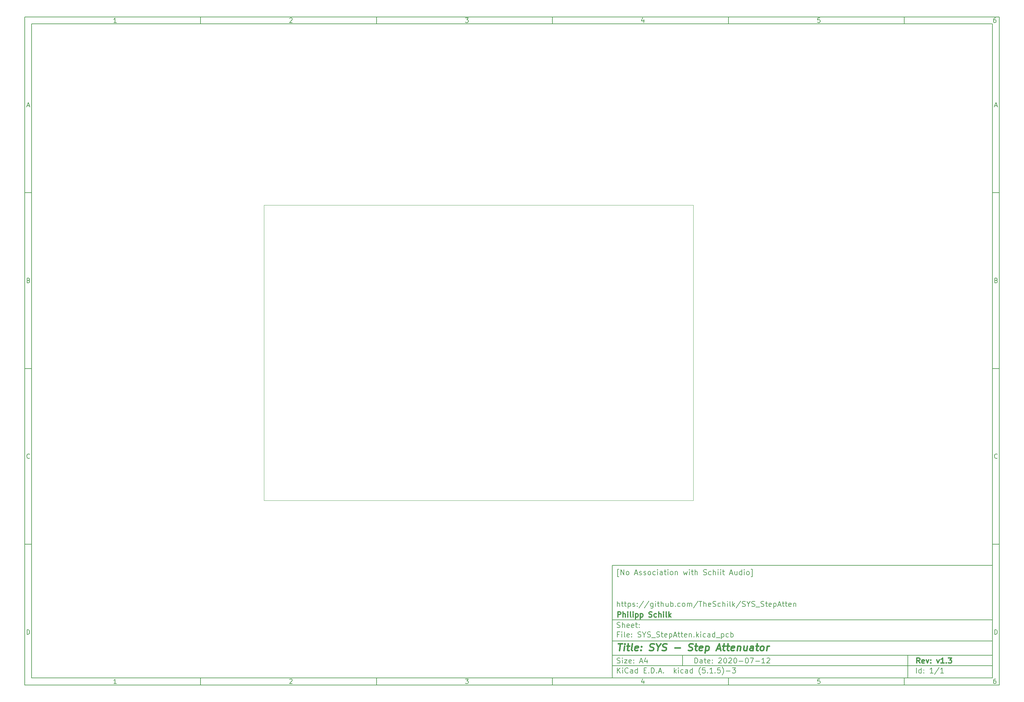
<source format=gbr>
G04 #@! TF.GenerationSoftware,KiCad,Pcbnew,(5.1.5)-3*
G04 #@! TF.CreationDate,2020-08-30T21:04:46+02:00*
G04 #@! TF.ProjectId,SYS_StepAtten,5359535f-5374-4657-9041-7474656e2e6b,v1.3*
G04 #@! TF.SameCoordinates,Original*
G04 #@! TF.FileFunction,Profile,NP*
%FSLAX46Y46*%
G04 Gerber Fmt 4.6, Leading zero omitted, Abs format (unit mm)*
G04 Created by KiCad (PCBNEW (5.1.5)-3) date 2020-08-30 21:04:46*
%MOMM*%
%LPD*%
G04 APERTURE LIST*
%ADD10C,0.100000*%
%ADD11C,0.150000*%
%ADD12C,0.300000*%
%ADD13C,0.400000*%
%ADD14C,0.050000*%
G04 APERTURE END LIST*
D10*
D11*
X177002200Y-166007200D02*
X177002200Y-198007200D01*
X285002200Y-198007200D01*
X285002200Y-166007200D01*
X177002200Y-166007200D01*
D10*
D11*
X10000000Y-10000000D02*
X10000000Y-200007200D01*
X287002200Y-200007200D01*
X287002200Y-10000000D01*
X10000000Y-10000000D01*
D10*
D11*
X12000000Y-12000000D02*
X12000000Y-198007200D01*
X285002200Y-198007200D01*
X285002200Y-12000000D01*
X12000000Y-12000000D01*
D10*
D11*
X60000000Y-12000000D02*
X60000000Y-10000000D01*
D10*
D11*
X110000000Y-12000000D02*
X110000000Y-10000000D01*
D10*
D11*
X160000000Y-12000000D02*
X160000000Y-10000000D01*
D10*
D11*
X210000000Y-12000000D02*
X210000000Y-10000000D01*
D10*
D11*
X260000000Y-12000000D02*
X260000000Y-10000000D01*
D10*
D11*
X36065476Y-11588095D02*
X35322619Y-11588095D01*
X35694047Y-11588095D02*
X35694047Y-10288095D01*
X35570238Y-10473809D01*
X35446428Y-10597619D01*
X35322619Y-10659523D01*
D10*
D11*
X85322619Y-10411904D02*
X85384523Y-10350000D01*
X85508333Y-10288095D01*
X85817857Y-10288095D01*
X85941666Y-10350000D01*
X86003571Y-10411904D01*
X86065476Y-10535714D01*
X86065476Y-10659523D01*
X86003571Y-10845238D01*
X85260714Y-11588095D01*
X86065476Y-11588095D01*
D10*
D11*
X135260714Y-10288095D02*
X136065476Y-10288095D01*
X135632142Y-10783333D01*
X135817857Y-10783333D01*
X135941666Y-10845238D01*
X136003571Y-10907142D01*
X136065476Y-11030952D01*
X136065476Y-11340476D01*
X136003571Y-11464285D01*
X135941666Y-11526190D01*
X135817857Y-11588095D01*
X135446428Y-11588095D01*
X135322619Y-11526190D01*
X135260714Y-11464285D01*
D10*
D11*
X185941666Y-10721428D02*
X185941666Y-11588095D01*
X185632142Y-10226190D02*
X185322619Y-11154761D01*
X186127380Y-11154761D01*
D10*
D11*
X236003571Y-10288095D02*
X235384523Y-10288095D01*
X235322619Y-10907142D01*
X235384523Y-10845238D01*
X235508333Y-10783333D01*
X235817857Y-10783333D01*
X235941666Y-10845238D01*
X236003571Y-10907142D01*
X236065476Y-11030952D01*
X236065476Y-11340476D01*
X236003571Y-11464285D01*
X235941666Y-11526190D01*
X235817857Y-11588095D01*
X235508333Y-11588095D01*
X235384523Y-11526190D01*
X235322619Y-11464285D01*
D10*
D11*
X285941666Y-10288095D02*
X285694047Y-10288095D01*
X285570238Y-10350000D01*
X285508333Y-10411904D01*
X285384523Y-10597619D01*
X285322619Y-10845238D01*
X285322619Y-11340476D01*
X285384523Y-11464285D01*
X285446428Y-11526190D01*
X285570238Y-11588095D01*
X285817857Y-11588095D01*
X285941666Y-11526190D01*
X286003571Y-11464285D01*
X286065476Y-11340476D01*
X286065476Y-11030952D01*
X286003571Y-10907142D01*
X285941666Y-10845238D01*
X285817857Y-10783333D01*
X285570238Y-10783333D01*
X285446428Y-10845238D01*
X285384523Y-10907142D01*
X285322619Y-11030952D01*
D10*
D11*
X60000000Y-198007200D02*
X60000000Y-200007200D01*
D10*
D11*
X110000000Y-198007200D02*
X110000000Y-200007200D01*
D10*
D11*
X160000000Y-198007200D02*
X160000000Y-200007200D01*
D10*
D11*
X210000000Y-198007200D02*
X210000000Y-200007200D01*
D10*
D11*
X260000000Y-198007200D02*
X260000000Y-200007200D01*
D10*
D11*
X36065476Y-199595295D02*
X35322619Y-199595295D01*
X35694047Y-199595295D02*
X35694047Y-198295295D01*
X35570238Y-198481009D01*
X35446428Y-198604819D01*
X35322619Y-198666723D01*
D10*
D11*
X85322619Y-198419104D02*
X85384523Y-198357200D01*
X85508333Y-198295295D01*
X85817857Y-198295295D01*
X85941666Y-198357200D01*
X86003571Y-198419104D01*
X86065476Y-198542914D01*
X86065476Y-198666723D01*
X86003571Y-198852438D01*
X85260714Y-199595295D01*
X86065476Y-199595295D01*
D10*
D11*
X135260714Y-198295295D02*
X136065476Y-198295295D01*
X135632142Y-198790533D01*
X135817857Y-198790533D01*
X135941666Y-198852438D01*
X136003571Y-198914342D01*
X136065476Y-199038152D01*
X136065476Y-199347676D01*
X136003571Y-199471485D01*
X135941666Y-199533390D01*
X135817857Y-199595295D01*
X135446428Y-199595295D01*
X135322619Y-199533390D01*
X135260714Y-199471485D01*
D10*
D11*
X185941666Y-198728628D02*
X185941666Y-199595295D01*
X185632142Y-198233390D02*
X185322619Y-199161961D01*
X186127380Y-199161961D01*
D10*
D11*
X236003571Y-198295295D02*
X235384523Y-198295295D01*
X235322619Y-198914342D01*
X235384523Y-198852438D01*
X235508333Y-198790533D01*
X235817857Y-198790533D01*
X235941666Y-198852438D01*
X236003571Y-198914342D01*
X236065476Y-199038152D01*
X236065476Y-199347676D01*
X236003571Y-199471485D01*
X235941666Y-199533390D01*
X235817857Y-199595295D01*
X235508333Y-199595295D01*
X235384523Y-199533390D01*
X235322619Y-199471485D01*
D10*
D11*
X285941666Y-198295295D02*
X285694047Y-198295295D01*
X285570238Y-198357200D01*
X285508333Y-198419104D01*
X285384523Y-198604819D01*
X285322619Y-198852438D01*
X285322619Y-199347676D01*
X285384523Y-199471485D01*
X285446428Y-199533390D01*
X285570238Y-199595295D01*
X285817857Y-199595295D01*
X285941666Y-199533390D01*
X286003571Y-199471485D01*
X286065476Y-199347676D01*
X286065476Y-199038152D01*
X286003571Y-198914342D01*
X285941666Y-198852438D01*
X285817857Y-198790533D01*
X285570238Y-198790533D01*
X285446428Y-198852438D01*
X285384523Y-198914342D01*
X285322619Y-199038152D01*
D10*
D11*
X10000000Y-60000000D02*
X12000000Y-60000000D01*
D10*
D11*
X10000000Y-110000000D02*
X12000000Y-110000000D01*
D10*
D11*
X10000000Y-160000000D02*
X12000000Y-160000000D01*
D10*
D11*
X10690476Y-35216666D02*
X11309523Y-35216666D01*
X10566666Y-35588095D02*
X11000000Y-34288095D01*
X11433333Y-35588095D01*
D10*
D11*
X11092857Y-84907142D02*
X11278571Y-84969047D01*
X11340476Y-85030952D01*
X11402380Y-85154761D01*
X11402380Y-85340476D01*
X11340476Y-85464285D01*
X11278571Y-85526190D01*
X11154761Y-85588095D01*
X10659523Y-85588095D01*
X10659523Y-84288095D01*
X11092857Y-84288095D01*
X11216666Y-84350000D01*
X11278571Y-84411904D01*
X11340476Y-84535714D01*
X11340476Y-84659523D01*
X11278571Y-84783333D01*
X11216666Y-84845238D01*
X11092857Y-84907142D01*
X10659523Y-84907142D01*
D10*
D11*
X11402380Y-135464285D02*
X11340476Y-135526190D01*
X11154761Y-135588095D01*
X11030952Y-135588095D01*
X10845238Y-135526190D01*
X10721428Y-135402380D01*
X10659523Y-135278571D01*
X10597619Y-135030952D01*
X10597619Y-134845238D01*
X10659523Y-134597619D01*
X10721428Y-134473809D01*
X10845238Y-134350000D01*
X11030952Y-134288095D01*
X11154761Y-134288095D01*
X11340476Y-134350000D01*
X11402380Y-134411904D01*
D10*
D11*
X10659523Y-185588095D02*
X10659523Y-184288095D01*
X10969047Y-184288095D01*
X11154761Y-184350000D01*
X11278571Y-184473809D01*
X11340476Y-184597619D01*
X11402380Y-184845238D01*
X11402380Y-185030952D01*
X11340476Y-185278571D01*
X11278571Y-185402380D01*
X11154761Y-185526190D01*
X10969047Y-185588095D01*
X10659523Y-185588095D01*
D10*
D11*
X287002200Y-60000000D02*
X285002200Y-60000000D01*
D10*
D11*
X287002200Y-110000000D02*
X285002200Y-110000000D01*
D10*
D11*
X287002200Y-160000000D02*
X285002200Y-160000000D01*
D10*
D11*
X285692676Y-35216666D02*
X286311723Y-35216666D01*
X285568866Y-35588095D02*
X286002200Y-34288095D01*
X286435533Y-35588095D01*
D10*
D11*
X286095057Y-84907142D02*
X286280771Y-84969047D01*
X286342676Y-85030952D01*
X286404580Y-85154761D01*
X286404580Y-85340476D01*
X286342676Y-85464285D01*
X286280771Y-85526190D01*
X286156961Y-85588095D01*
X285661723Y-85588095D01*
X285661723Y-84288095D01*
X286095057Y-84288095D01*
X286218866Y-84350000D01*
X286280771Y-84411904D01*
X286342676Y-84535714D01*
X286342676Y-84659523D01*
X286280771Y-84783333D01*
X286218866Y-84845238D01*
X286095057Y-84907142D01*
X285661723Y-84907142D01*
D10*
D11*
X286404580Y-135464285D02*
X286342676Y-135526190D01*
X286156961Y-135588095D01*
X286033152Y-135588095D01*
X285847438Y-135526190D01*
X285723628Y-135402380D01*
X285661723Y-135278571D01*
X285599819Y-135030952D01*
X285599819Y-134845238D01*
X285661723Y-134597619D01*
X285723628Y-134473809D01*
X285847438Y-134350000D01*
X286033152Y-134288095D01*
X286156961Y-134288095D01*
X286342676Y-134350000D01*
X286404580Y-134411904D01*
D10*
D11*
X285661723Y-185588095D02*
X285661723Y-184288095D01*
X285971247Y-184288095D01*
X286156961Y-184350000D01*
X286280771Y-184473809D01*
X286342676Y-184597619D01*
X286404580Y-184845238D01*
X286404580Y-185030952D01*
X286342676Y-185278571D01*
X286280771Y-185402380D01*
X286156961Y-185526190D01*
X285971247Y-185588095D01*
X285661723Y-185588095D01*
D10*
D11*
X200434342Y-193785771D02*
X200434342Y-192285771D01*
X200791485Y-192285771D01*
X201005771Y-192357200D01*
X201148628Y-192500057D01*
X201220057Y-192642914D01*
X201291485Y-192928628D01*
X201291485Y-193142914D01*
X201220057Y-193428628D01*
X201148628Y-193571485D01*
X201005771Y-193714342D01*
X200791485Y-193785771D01*
X200434342Y-193785771D01*
X202577200Y-193785771D02*
X202577200Y-193000057D01*
X202505771Y-192857200D01*
X202362914Y-192785771D01*
X202077200Y-192785771D01*
X201934342Y-192857200D01*
X202577200Y-193714342D02*
X202434342Y-193785771D01*
X202077200Y-193785771D01*
X201934342Y-193714342D01*
X201862914Y-193571485D01*
X201862914Y-193428628D01*
X201934342Y-193285771D01*
X202077200Y-193214342D01*
X202434342Y-193214342D01*
X202577200Y-193142914D01*
X203077200Y-192785771D02*
X203648628Y-192785771D01*
X203291485Y-192285771D02*
X203291485Y-193571485D01*
X203362914Y-193714342D01*
X203505771Y-193785771D01*
X203648628Y-193785771D01*
X204720057Y-193714342D02*
X204577200Y-193785771D01*
X204291485Y-193785771D01*
X204148628Y-193714342D01*
X204077200Y-193571485D01*
X204077200Y-193000057D01*
X204148628Y-192857200D01*
X204291485Y-192785771D01*
X204577200Y-192785771D01*
X204720057Y-192857200D01*
X204791485Y-193000057D01*
X204791485Y-193142914D01*
X204077200Y-193285771D01*
X205434342Y-193642914D02*
X205505771Y-193714342D01*
X205434342Y-193785771D01*
X205362914Y-193714342D01*
X205434342Y-193642914D01*
X205434342Y-193785771D01*
X205434342Y-192857200D02*
X205505771Y-192928628D01*
X205434342Y-193000057D01*
X205362914Y-192928628D01*
X205434342Y-192857200D01*
X205434342Y-193000057D01*
X207220057Y-192428628D02*
X207291485Y-192357200D01*
X207434342Y-192285771D01*
X207791485Y-192285771D01*
X207934342Y-192357200D01*
X208005771Y-192428628D01*
X208077200Y-192571485D01*
X208077200Y-192714342D01*
X208005771Y-192928628D01*
X207148628Y-193785771D01*
X208077200Y-193785771D01*
X209005771Y-192285771D02*
X209148628Y-192285771D01*
X209291485Y-192357200D01*
X209362914Y-192428628D01*
X209434342Y-192571485D01*
X209505771Y-192857200D01*
X209505771Y-193214342D01*
X209434342Y-193500057D01*
X209362914Y-193642914D01*
X209291485Y-193714342D01*
X209148628Y-193785771D01*
X209005771Y-193785771D01*
X208862914Y-193714342D01*
X208791485Y-193642914D01*
X208720057Y-193500057D01*
X208648628Y-193214342D01*
X208648628Y-192857200D01*
X208720057Y-192571485D01*
X208791485Y-192428628D01*
X208862914Y-192357200D01*
X209005771Y-192285771D01*
X210077200Y-192428628D02*
X210148628Y-192357200D01*
X210291485Y-192285771D01*
X210648628Y-192285771D01*
X210791485Y-192357200D01*
X210862914Y-192428628D01*
X210934342Y-192571485D01*
X210934342Y-192714342D01*
X210862914Y-192928628D01*
X210005771Y-193785771D01*
X210934342Y-193785771D01*
X211862914Y-192285771D02*
X212005771Y-192285771D01*
X212148628Y-192357200D01*
X212220057Y-192428628D01*
X212291485Y-192571485D01*
X212362914Y-192857200D01*
X212362914Y-193214342D01*
X212291485Y-193500057D01*
X212220057Y-193642914D01*
X212148628Y-193714342D01*
X212005771Y-193785771D01*
X211862914Y-193785771D01*
X211720057Y-193714342D01*
X211648628Y-193642914D01*
X211577200Y-193500057D01*
X211505771Y-193214342D01*
X211505771Y-192857200D01*
X211577200Y-192571485D01*
X211648628Y-192428628D01*
X211720057Y-192357200D01*
X211862914Y-192285771D01*
X213005771Y-193214342D02*
X214148628Y-193214342D01*
X215148628Y-192285771D02*
X215291485Y-192285771D01*
X215434342Y-192357200D01*
X215505771Y-192428628D01*
X215577200Y-192571485D01*
X215648628Y-192857200D01*
X215648628Y-193214342D01*
X215577200Y-193500057D01*
X215505771Y-193642914D01*
X215434342Y-193714342D01*
X215291485Y-193785771D01*
X215148628Y-193785771D01*
X215005771Y-193714342D01*
X214934342Y-193642914D01*
X214862914Y-193500057D01*
X214791485Y-193214342D01*
X214791485Y-192857200D01*
X214862914Y-192571485D01*
X214934342Y-192428628D01*
X215005771Y-192357200D01*
X215148628Y-192285771D01*
X216148628Y-192285771D02*
X217148628Y-192285771D01*
X216505771Y-193785771D01*
X217720057Y-193214342D02*
X218862914Y-193214342D01*
X220362914Y-193785771D02*
X219505771Y-193785771D01*
X219934342Y-193785771D02*
X219934342Y-192285771D01*
X219791485Y-192500057D01*
X219648628Y-192642914D01*
X219505771Y-192714342D01*
X220934342Y-192428628D02*
X221005771Y-192357200D01*
X221148628Y-192285771D01*
X221505771Y-192285771D01*
X221648628Y-192357200D01*
X221720057Y-192428628D01*
X221791485Y-192571485D01*
X221791485Y-192714342D01*
X221720057Y-192928628D01*
X220862914Y-193785771D01*
X221791485Y-193785771D01*
D10*
D11*
X177002200Y-194507200D02*
X285002200Y-194507200D01*
D10*
D11*
X178434342Y-196585771D02*
X178434342Y-195085771D01*
X179291485Y-196585771D02*
X178648628Y-195728628D01*
X179291485Y-195085771D02*
X178434342Y-195942914D01*
X179934342Y-196585771D02*
X179934342Y-195585771D01*
X179934342Y-195085771D02*
X179862914Y-195157200D01*
X179934342Y-195228628D01*
X180005771Y-195157200D01*
X179934342Y-195085771D01*
X179934342Y-195228628D01*
X181505771Y-196442914D02*
X181434342Y-196514342D01*
X181220057Y-196585771D01*
X181077200Y-196585771D01*
X180862914Y-196514342D01*
X180720057Y-196371485D01*
X180648628Y-196228628D01*
X180577200Y-195942914D01*
X180577200Y-195728628D01*
X180648628Y-195442914D01*
X180720057Y-195300057D01*
X180862914Y-195157200D01*
X181077200Y-195085771D01*
X181220057Y-195085771D01*
X181434342Y-195157200D01*
X181505771Y-195228628D01*
X182791485Y-196585771D02*
X182791485Y-195800057D01*
X182720057Y-195657200D01*
X182577200Y-195585771D01*
X182291485Y-195585771D01*
X182148628Y-195657200D01*
X182791485Y-196514342D02*
X182648628Y-196585771D01*
X182291485Y-196585771D01*
X182148628Y-196514342D01*
X182077200Y-196371485D01*
X182077200Y-196228628D01*
X182148628Y-196085771D01*
X182291485Y-196014342D01*
X182648628Y-196014342D01*
X182791485Y-195942914D01*
X184148628Y-196585771D02*
X184148628Y-195085771D01*
X184148628Y-196514342D02*
X184005771Y-196585771D01*
X183720057Y-196585771D01*
X183577200Y-196514342D01*
X183505771Y-196442914D01*
X183434342Y-196300057D01*
X183434342Y-195871485D01*
X183505771Y-195728628D01*
X183577200Y-195657200D01*
X183720057Y-195585771D01*
X184005771Y-195585771D01*
X184148628Y-195657200D01*
X186005771Y-195800057D02*
X186505771Y-195800057D01*
X186720057Y-196585771D02*
X186005771Y-196585771D01*
X186005771Y-195085771D01*
X186720057Y-195085771D01*
X187362914Y-196442914D02*
X187434342Y-196514342D01*
X187362914Y-196585771D01*
X187291485Y-196514342D01*
X187362914Y-196442914D01*
X187362914Y-196585771D01*
X188077200Y-196585771D02*
X188077200Y-195085771D01*
X188434342Y-195085771D01*
X188648628Y-195157200D01*
X188791485Y-195300057D01*
X188862914Y-195442914D01*
X188934342Y-195728628D01*
X188934342Y-195942914D01*
X188862914Y-196228628D01*
X188791485Y-196371485D01*
X188648628Y-196514342D01*
X188434342Y-196585771D01*
X188077200Y-196585771D01*
X189577200Y-196442914D02*
X189648628Y-196514342D01*
X189577200Y-196585771D01*
X189505771Y-196514342D01*
X189577200Y-196442914D01*
X189577200Y-196585771D01*
X190220057Y-196157200D02*
X190934342Y-196157200D01*
X190077200Y-196585771D02*
X190577200Y-195085771D01*
X191077200Y-196585771D01*
X191577200Y-196442914D02*
X191648628Y-196514342D01*
X191577200Y-196585771D01*
X191505771Y-196514342D01*
X191577200Y-196442914D01*
X191577200Y-196585771D01*
X194577200Y-196585771D02*
X194577200Y-195085771D01*
X194720057Y-196014342D02*
X195148628Y-196585771D01*
X195148628Y-195585771D02*
X194577200Y-196157200D01*
X195791485Y-196585771D02*
X195791485Y-195585771D01*
X195791485Y-195085771D02*
X195720057Y-195157200D01*
X195791485Y-195228628D01*
X195862914Y-195157200D01*
X195791485Y-195085771D01*
X195791485Y-195228628D01*
X197148628Y-196514342D02*
X197005771Y-196585771D01*
X196720057Y-196585771D01*
X196577200Y-196514342D01*
X196505771Y-196442914D01*
X196434342Y-196300057D01*
X196434342Y-195871485D01*
X196505771Y-195728628D01*
X196577200Y-195657200D01*
X196720057Y-195585771D01*
X197005771Y-195585771D01*
X197148628Y-195657200D01*
X198434342Y-196585771D02*
X198434342Y-195800057D01*
X198362914Y-195657200D01*
X198220057Y-195585771D01*
X197934342Y-195585771D01*
X197791485Y-195657200D01*
X198434342Y-196514342D02*
X198291485Y-196585771D01*
X197934342Y-196585771D01*
X197791485Y-196514342D01*
X197720057Y-196371485D01*
X197720057Y-196228628D01*
X197791485Y-196085771D01*
X197934342Y-196014342D01*
X198291485Y-196014342D01*
X198434342Y-195942914D01*
X199791485Y-196585771D02*
X199791485Y-195085771D01*
X199791485Y-196514342D02*
X199648628Y-196585771D01*
X199362914Y-196585771D01*
X199220057Y-196514342D01*
X199148628Y-196442914D01*
X199077200Y-196300057D01*
X199077200Y-195871485D01*
X199148628Y-195728628D01*
X199220057Y-195657200D01*
X199362914Y-195585771D01*
X199648628Y-195585771D01*
X199791485Y-195657200D01*
X202077200Y-197157200D02*
X202005771Y-197085771D01*
X201862914Y-196871485D01*
X201791485Y-196728628D01*
X201720057Y-196514342D01*
X201648628Y-196157200D01*
X201648628Y-195871485D01*
X201720057Y-195514342D01*
X201791485Y-195300057D01*
X201862914Y-195157200D01*
X202005771Y-194942914D01*
X202077200Y-194871485D01*
X203362914Y-195085771D02*
X202648628Y-195085771D01*
X202577200Y-195800057D01*
X202648628Y-195728628D01*
X202791485Y-195657200D01*
X203148628Y-195657200D01*
X203291485Y-195728628D01*
X203362914Y-195800057D01*
X203434342Y-195942914D01*
X203434342Y-196300057D01*
X203362914Y-196442914D01*
X203291485Y-196514342D01*
X203148628Y-196585771D01*
X202791485Y-196585771D01*
X202648628Y-196514342D01*
X202577200Y-196442914D01*
X204077200Y-196442914D02*
X204148628Y-196514342D01*
X204077200Y-196585771D01*
X204005771Y-196514342D01*
X204077200Y-196442914D01*
X204077200Y-196585771D01*
X205577200Y-196585771D02*
X204720057Y-196585771D01*
X205148628Y-196585771D02*
X205148628Y-195085771D01*
X205005771Y-195300057D01*
X204862914Y-195442914D01*
X204720057Y-195514342D01*
X206220057Y-196442914D02*
X206291485Y-196514342D01*
X206220057Y-196585771D01*
X206148628Y-196514342D01*
X206220057Y-196442914D01*
X206220057Y-196585771D01*
X207648628Y-195085771D02*
X206934342Y-195085771D01*
X206862914Y-195800057D01*
X206934342Y-195728628D01*
X207077200Y-195657200D01*
X207434342Y-195657200D01*
X207577200Y-195728628D01*
X207648628Y-195800057D01*
X207720057Y-195942914D01*
X207720057Y-196300057D01*
X207648628Y-196442914D01*
X207577200Y-196514342D01*
X207434342Y-196585771D01*
X207077200Y-196585771D01*
X206934342Y-196514342D01*
X206862914Y-196442914D01*
X208220057Y-197157200D02*
X208291485Y-197085771D01*
X208434342Y-196871485D01*
X208505771Y-196728628D01*
X208577200Y-196514342D01*
X208648628Y-196157200D01*
X208648628Y-195871485D01*
X208577200Y-195514342D01*
X208505771Y-195300057D01*
X208434342Y-195157200D01*
X208291485Y-194942914D01*
X208220057Y-194871485D01*
X209362914Y-196014342D02*
X210505771Y-196014342D01*
X211077200Y-195085771D02*
X212005771Y-195085771D01*
X211505771Y-195657200D01*
X211720057Y-195657200D01*
X211862914Y-195728628D01*
X211934342Y-195800057D01*
X212005771Y-195942914D01*
X212005771Y-196300057D01*
X211934342Y-196442914D01*
X211862914Y-196514342D01*
X211720057Y-196585771D01*
X211291485Y-196585771D01*
X211148628Y-196514342D01*
X211077200Y-196442914D01*
D10*
D11*
X177002200Y-191507200D02*
X285002200Y-191507200D01*
D10*
D12*
X264411485Y-193785771D02*
X263911485Y-193071485D01*
X263554342Y-193785771D02*
X263554342Y-192285771D01*
X264125771Y-192285771D01*
X264268628Y-192357200D01*
X264340057Y-192428628D01*
X264411485Y-192571485D01*
X264411485Y-192785771D01*
X264340057Y-192928628D01*
X264268628Y-193000057D01*
X264125771Y-193071485D01*
X263554342Y-193071485D01*
X265625771Y-193714342D02*
X265482914Y-193785771D01*
X265197200Y-193785771D01*
X265054342Y-193714342D01*
X264982914Y-193571485D01*
X264982914Y-193000057D01*
X265054342Y-192857200D01*
X265197200Y-192785771D01*
X265482914Y-192785771D01*
X265625771Y-192857200D01*
X265697200Y-193000057D01*
X265697200Y-193142914D01*
X264982914Y-193285771D01*
X266197200Y-192785771D02*
X266554342Y-193785771D01*
X266911485Y-192785771D01*
X267482914Y-193642914D02*
X267554342Y-193714342D01*
X267482914Y-193785771D01*
X267411485Y-193714342D01*
X267482914Y-193642914D01*
X267482914Y-193785771D01*
X267482914Y-192857200D02*
X267554342Y-192928628D01*
X267482914Y-193000057D01*
X267411485Y-192928628D01*
X267482914Y-192857200D01*
X267482914Y-193000057D01*
X269197200Y-192785771D02*
X269554342Y-193785771D01*
X269911485Y-192785771D01*
X271268628Y-193785771D02*
X270411485Y-193785771D01*
X270840057Y-193785771D02*
X270840057Y-192285771D01*
X270697200Y-192500057D01*
X270554342Y-192642914D01*
X270411485Y-192714342D01*
X271911485Y-193642914D02*
X271982914Y-193714342D01*
X271911485Y-193785771D01*
X271840057Y-193714342D01*
X271911485Y-193642914D01*
X271911485Y-193785771D01*
X272482914Y-192285771D02*
X273411485Y-192285771D01*
X272911485Y-192857200D01*
X273125771Y-192857200D01*
X273268628Y-192928628D01*
X273340057Y-193000057D01*
X273411485Y-193142914D01*
X273411485Y-193500057D01*
X273340057Y-193642914D01*
X273268628Y-193714342D01*
X273125771Y-193785771D01*
X272697200Y-193785771D01*
X272554342Y-193714342D01*
X272482914Y-193642914D01*
D10*
D11*
X178362914Y-193714342D02*
X178577200Y-193785771D01*
X178934342Y-193785771D01*
X179077200Y-193714342D01*
X179148628Y-193642914D01*
X179220057Y-193500057D01*
X179220057Y-193357200D01*
X179148628Y-193214342D01*
X179077200Y-193142914D01*
X178934342Y-193071485D01*
X178648628Y-193000057D01*
X178505771Y-192928628D01*
X178434342Y-192857200D01*
X178362914Y-192714342D01*
X178362914Y-192571485D01*
X178434342Y-192428628D01*
X178505771Y-192357200D01*
X178648628Y-192285771D01*
X179005771Y-192285771D01*
X179220057Y-192357200D01*
X179862914Y-193785771D02*
X179862914Y-192785771D01*
X179862914Y-192285771D02*
X179791485Y-192357200D01*
X179862914Y-192428628D01*
X179934342Y-192357200D01*
X179862914Y-192285771D01*
X179862914Y-192428628D01*
X180434342Y-192785771D02*
X181220057Y-192785771D01*
X180434342Y-193785771D01*
X181220057Y-193785771D01*
X182362914Y-193714342D02*
X182220057Y-193785771D01*
X181934342Y-193785771D01*
X181791485Y-193714342D01*
X181720057Y-193571485D01*
X181720057Y-193000057D01*
X181791485Y-192857200D01*
X181934342Y-192785771D01*
X182220057Y-192785771D01*
X182362914Y-192857200D01*
X182434342Y-193000057D01*
X182434342Y-193142914D01*
X181720057Y-193285771D01*
X183077200Y-193642914D02*
X183148628Y-193714342D01*
X183077200Y-193785771D01*
X183005771Y-193714342D01*
X183077200Y-193642914D01*
X183077200Y-193785771D01*
X183077200Y-192857200D02*
X183148628Y-192928628D01*
X183077200Y-193000057D01*
X183005771Y-192928628D01*
X183077200Y-192857200D01*
X183077200Y-193000057D01*
X184862914Y-193357200D02*
X185577200Y-193357200D01*
X184720057Y-193785771D02*
X185220057Y-192285771D01*
X185720057Y-193785771D01*
X186862914Y-192785771D02*
X186862914Y-193785771D01*
X186505771Y-192214342D02*
X186148628Y-193285771D01*
X187077200Y-193285771D01*
D10*
D11*
X263434342Y-196585771D02*
X263434342Y-195085771D01*
X264791485Y-196585771D02*
X264791485Y-195085771D01*
X264791485Y-196514342D02*
X264648628Y-196585771D01*
X264362914Y-196585771D01*
X264220057Y-196514342D01*
X264148628Y-196442914D01*
X264077200Y-196300057D01*
X264077200Y-195871485D01*
X264148628Y-195728628D01*
X264220057Y-195657200D01*
X264362914Y-195585771D01*
X264648628Y-195585771D01*
X264791485Y-195657200D01*
X265505771Y-196442914D02*
X265577200Y-196514342D01*
X265505771Y-196585771D01*
X265434342Y-196514342D01*
X265505771Y-196442914D01*
X265505771Y-196585771D01*
X265505771Y-195657200D02*
X265577200Y-195728628D01*
X265505771Y-195800057D01*
X265434342Y-195728628D01*
X265505771Y-195657200D01*
X265505771Y-195800057D01*
X268148628Y-196585771D02*
X267291485Y-196585771D01*
X267720057Y-196585771D02*
X267720057Y-195085771D01*
X267577200Y-195300057D01*
X267434342Y-195442914D01*
X267291485Y-195514342D01*
X269862914Y-195014342D02*
X268577200Y-196942914D01*
X271148628Y-196585771D02*
X270291485Y-196585771D01*
X270720057Y-196585771D02*
X270720057Y-195085771D01*
X270577200Y-195300057D01*
X270434342Y-195442914D01*
X270291485Y-195514342D01*
D10*
D11*
X177002200Y-187507200D02*
X285002200Y-187507200D01*
D10*
D13*
X178714580Y-188211961D02*
X179857438Y-188211961D01*
X179036009Y-190211961D02*
X179286009Y-188211961D01*
X180274104Y-190211961D02*
X180440771Y-188878628D01*
X180524104Y-188211961D02*
X180416961Y-188307200D01*
X180500295Y-188402438D01*
X180607438Y-188307200D01*
X180524104Y-188211961D01*
X180500295Y-188402438D01*
X181107438Y-188878628D02*
X181869342Y-188878628D01*
X181476485Y-188211961D02*
X181262200Y-189926247D01*
X181333628Y-190116723D01*
X181512200Y-190211961D01*
X181702676Y-190211961D01*
X182655057Y-190211961D02*
X182476485Y-190116723D01*
X182405057Y-189926247D01*
X182619342Y-188211961D01*
X184190771Y-190116723D02*
X183988390Y-190211961D01*
X183607438Y-190211961D01*
X183428866Y-190116723D01*
X183357438Y-189926247D01*
X183452676Y-189164342D01*
X183571723Y-188973866D01*
X183774104Y-188878628D01*
X184155057Y-188878628D01*
X184333628Y-188973866D01*
X184405057Y-189164342D01*
X184381247Y-189354819D01*
X183405057Y-189545295D01*
X185155057Y-190021485D02*
X185238390Y-190116723D01*
X185131247Y-190211961D01*
X185047914Y-190116723D01*
X185155057Y-190021485D01*
X185131247Y-190211961D01*
X185286009Y-188973866D02*
X185369342Y-189069104D01*
X185262200Y-189164342D01*
X185178866Y-189069104D01*
X185286009Y-188973866D01*
X185262200Y-189164342D01*
X187524104Y-190116723D02*
X187797914Y-190211961D01*
X188274104Y-190211961D01*
X188476485Y-190116723D01*
X188583628Y-190021485D01*
X188702676Y-189831009D01*
X188726485Y-189640533D01*
X188655057Y-189450057D01*
X188571723Y-189354819D01*
X188393152Y-189259580D01*
X188024104Y-189164342D01*
X187845533Y-189069104D01*
X187762200Y-188973866D01*
X187690771Y-188783390D01*
X187714580Y-188592914D01*
X187833628Y-188402438D01*
X187940771Y-188307200D01*
X188143152Y-188211961D01*
X188619342Y-188211961D01*
X188893152Y-188307200D01*
X190012200Y-189259580D02*
X189893152Y-190211961D01*
X189476485Y-188211961D02*
X190012200Y-189259580D01*
X190809819Y-188211961D01*
X191143152Y-190116723D02*
X191416961Y-190211961D01*
X191893152Y-190211961D01*
X192095533Y-190116723D01*
X192202676Y-190021485D01*
X192321723Y-189831009D01*
X192345533Y-189640533D01*
X192274104Y-189450057D01*
X192190771Y-189354819D01*
X192012200Y-189259580D01*
X191643152Y-189164342D01*
X191464580Y-189069104D01*
X191381247Y-188973866D01*
X191309819Y-188783390D01*
X191333628Y-188592914D01*
X191452676Y-188402438D01*
X191559819Y-188307200D01*
X191762200Y-188211961D01*
X192238390Y-188211961D01*
X192512200Y-188307200D01*
X194750295Y-189450057D02*
X196274104Y-189450057D01*
X198571723Y-190116723D02*
X198845533Y-190211961D01*
X199321723Y-190211961D01*
X199524104Y-190116723D01*
X199631247Y-190021485D01*
X199750295Y-189831009D01*
X199774104Y-189640533D01*
X199702676Y-189450057D01*
X199619342Y-189354819D01*
X199440771Y-189259580D01*
X199071723Y-189164342D01*
X198893152Y-189069104D01*
X198809819Y-188973866D01*
X198738390Y-188783390D01*
X198762200Y-188592914D01*
X198881247Y-188402438D01*
X198988390Y-188307200D01*
X199190771Y-188211961D01*
X199666961Y-188211961D01*
X199940771Y-188307200D01*
X200440771Y-188878628D02*
X201202676Y-188878628D01*
X200809819Y-188211961D02*
X200595533Y-189926247D01*
X200666961Y-190116723D01*
X200845533Y-190211961D01*
X201036009Y-190211961D01*
X202476485Y-190116723D02*
X202274104Y-190211961D01*
X201893152Y-190211961D01*
X201714580Y-190116723D01*
X201643152Y-189926247D01*
X201738390Y-189164342D01*
X201857438Y-188973866D01*
X202059819Y-188878628D01*
X202440771Y-188878628D01*
X202619342Y-188973866D01*
X202690771Y-189164342D01*
X202666961Y-189354819D01*
X201690771Y-189545295D01*
X203583628Y-188878628D02*
X203333628Y-190878628D01*
X203571723Y-188973866D02*
X203774104Y-188878628D01*
X204155057Y-188878628D01*
X204333628Y-188973866D01*
X204416961Y-189069104D01*
X204488390Y-189259580D01*
X204416961Y-189831009D01*
X204297914Y-190021485D01*
X204190771Y-190116723D01*
X203988390Y-190211961D01*
X203607438Y-190211961D01*
X203428866Y-190116723D01*
X206726485Y-189640533D02*
X207678866Y-189640533D01*
X206464580Y-190211961D02*
X207381247Y-188211961D01*
X207797914Y-190211961D01*
X208345533Y-188878628D02*
X209107438Y-188878628D01*
X208714580Y-188211961D02*
X208500295Y-189926247D01*
X208571723Y-190116723D01*
X208750295Y-190211961D01*
X208940771Y-190211961D01*
X209488390Y-188878628D02*
X210250295Y-188878628D01*
X209857438Y-188211961D02*
X209643152Y-189926247D01*
X209714580Y-190116723D01*
X209893152Y-190211961D01*
X210083628Y-190211961D01*
X211524104Y-190116723D02*
X211321723Y-190211961D01*
X210940771Y-190211961D01*
X210762200Y-190116723D01*
X210690771Y-189926247D01*
X210786009Y-189164342D01*
X210905057Y-188973866D01*
X211107438Y-188878628D01*
X211488390Y-188878628D01*
X211666961Y-188973866D01*
X211738390Y-189164342D01*
X211714580Y-189354819D01*
X210738390Y-189545295D01*
X212631247Y-188878628D02*
X212464580Y-190211961D01*
X212607438Y-189069104D02*
X212714580Y-188973866D01*
X212916961Y-188878628D01*
X213202676Y-188878628D01*
X213381247Y-188973866D01*
X213452676Y-189164342D01*
X213321723Y-190211961D01*
X215297914Y-188878628D02*
X215131247Y-190211961D01*
X214440771Y-188878628D02*
X214309819Y-189926247D01*
X214381247Y-190116723D01*
X214559819Y-190211961D01*
X214845533Y-190211961D01*
X215047914Y-190116723D01*
X215155057Y-190021485D01*
X216940771Y-190211961D02*
X217071723Y-189164342D01*
X217000295Y-188973866D01*
X216821723Y-188878628D01*
X216440771Y-188878628D01*
X216238390Y-188973866D01*
X216952676Y-190116723D02*
X216750295Y-190211961D01*
X216274104Y-190211961D01*
X216095533Y-190116723D01*
X216024104Y-189926247D01*
X216047914Y-189735771D01*
X216166961Y-189545295D01*
X216369342Y-189450057D01*
X216845533Y-189450057D01*
X217047914Y-189354819D01*
X217774104Y-188878628D02*
X218536009Y-188878628D01*
X218143152Y-188211961D02*
X217928866Y-189926247D01*
X218000295Y-190116723D01*
X218178866Y-190211961D01*
X218369342Y-190211961D01*
X219321723Y-190211961D02*
X219143152Y-190116723D01*
X219059819Y-190021485D01*
X218988390Y-189831009D01*
X219059819Y-189259580D01*
X219178866Y-189069104D01*
X219286009Y-188973866D01*
X219488390Y-188878628D01*
X219774104Y-188878628D01*
X219952676Y-188973866D01*
X220036009Y-189069104D01*
X220107438Y-189259580D01*
X220036009Y-189831009D01*
X219916961Y-190021485D01*
X219809819Y-190116723D01*
X219607438Y-190211961D01*
X219321723Y-190211961D01*
X220845533Y-190211961D02*
X221012199Y-188878628D01*
X220964580Y-189259580D02*
X221083628Y-189069104D01*
X221190771Y-188973866D01*
X221393152Y-188878628D01*
X221583628Y-188878628D01*
D10*
D11*
X178934342Y-185600057D02*
X178434342Y-185600057D01*
X178434342Y-186385771D02*
X178434342Y-184885771D01*
X179148628Y-184885771D01*
X179720057Y-186385771D02*
X179720057Y-185385771D01*
X179720057Y-184885771D02*
X179648628Y-184957200D01*
X179720057Y-185028628D01*
X179791485Y-184957200D01*
X179720057Y-184885771D01*
X179720057Y-185028628D01*
X180648628Y-186385771D02*
X180505771Y-186314342D01*
X180434342Y-186171485D01*
X180434342Y-184885771D01*
X181791485Y-186314342D02*
X181648628Y-186385771D01*
X181362914Y-186385771D01*
X181220057Y-186314342D01*
X181148628Y-186171485D01*
X181148628Y-185600057D01*
X181220057Y-185457200D01*
X181362914Y-185385771D01*
X181648628Y-185385771D01*
X181791485Y-185457200D01*
X181862914Y-185600057D01*
X181862914Y-185742914D01*
X181148628Y-185885771D01*
X182505771Y-186242914D02*
X182577200Y-186314342D01*
X182505771Y-186385771D01*
X182434342Y-186314342D01*
X182505771Y-186242914D01*
X182505771Y-186385771D01*
X182505771Y-185457200D02*
X182577200Y-185528628D01*
X182505771Y-185600057D01*
X182434342Y-185528628D01*
X182505771Y-185457200D01*
X182505771Y-185600057D01*
X184291485Y-186314342D02*
X184505771Y-186385771D01*
X184862914Y-186385771D01*
X185005771Y-186314342D01*
X185077200Y-186242914D01*
X185148628Y-186100057D01*
X185148628Y-185957200D01*
X185077200Y-185814342D01*
X185005771Y-185742914D01*
X184862914Y-185671485D01*
X184577200Y-185600057D01*
X184434342Y-185528628D01*
X184362914Y-185457200D01*
X184291485Y-185314342D01*
X184291485Y-185171485D01*
X184362914Y-185028628D01*
X184434342Y-184957200D01*
X184577200Y-184885771D01*
X184934342Y-184885771D01*
X185148628Y-184957200D01*
X186077200Y-185671485D02*
X186077200Y-186385771D01*
X185577200Y-184885771D02*
X186077200Y-185671485D01*
X186577200Y-184885771D01*
X187005771Y-186314342D02*
X187220057Y-186385771D01*
X187577200Y-186385771D01*
X187720057Y-186314342D01*
X187791485Y-186242914D01*
X187862914Y-186100057D01*
X187862914Y-185957200D01*
X187791485Y-185814342D01*
X187720057Y-185742914D01*
X187577200Y-185671485D01*
X187291485Y-185600057D01*
X187148628Y-185528628D01*
X187077200Y-185457200D01*
X187005771Y-185314342D01*
X187005771Y-185171485D01*
X187077200Y-185028628D01*
X187148628Y-184957200D01*
X187291485Y-184885771D01*
X187648628Y-184885771D01*
X187862914Y-184957200D01*
X188148628Y-186528628D02*
X189291485Y-186528628D01*
X189577200Y-186314342D02*
X189791485Y-186385771D01*
X190148628Y-186385771D01*
X190291485Y-186314342D01*
X190362914Y-186242914D01*
X190434342Y-186100057D01*
X190434342Y-185957200D01*
X190362914Y-185814342D01*
X190291485Y-185742914D01*
X190148628Y-185671485D01*
X189862914Y-185600057D01*
X189720057Y-185528628D01*
X189648628Y-185457200D01*
X189577200Y-185314342D01*
X189577200Y-185171485D01*
X189648628Y-185028628D01*
X189720057Y-184957200D01*
X189862914Y-184885771D01*
X190220057Y-184885771D01*
X190434342Y-184957200D01*
X190862914Y-185385771D02*
X191434342Y-185385771D01*
X191077200Y-184885771D02*
X191077200Y-186171485D01*
X191148628Y-186314342D01*
X191291485Y-186385771D01*
X191434342Y-186385771D01*
X192505771Y-186314342D02*
X192362914Y-186385771D01*
X192077200Y-186385771D01*
X191934342Y-186314342D01*
X191862914Y-186171485D01*
X191862914Y-185600057D01*
X191934342Y-185457200D01*
X192077200Y-185385771D01*
X192362914Y-185385771D01*
X192505771Y-185457200D01*
X192577200Y-185600057D01*
X192577200Y-185742914D01*
X191862914Y-185885771D01*
X193220057Y-185385771D02*
X193220057Y-186885771D01*
X193220057Y-185457200D02*
X193362914Y-185385771D01*
X193648628Y-185385771D01*
X193791485Y-185457200D01*
X193862914Y-185528628D01*
X193934342Y-185671485D01*
X193934342Y-186100057D01*
X193862914Y-186242914D01*
X193791485Y-186314342D01*
X193648628Y-186385771D01*
X193362914Y-186385771D01*
X193220057Y-186314342D01*
X194505771Y-185957200D02*
X195220057Y-185957200D01*
X194362914Y-186385771D02*
X194862914Y-184885771D01*
X195362914Y-186385771D01*
X195648628Y-185385771D02*
X196220057Y-185385771D01*
X195862914Y-184885771D02*
X195862914Y-186171485D01*
X195934342Y-186314342D01*
X196077200Y-186385771D01*
X196220057Y-186385771D01*
X196505771Y-185385771D02*
X197077200Y-185385771D01*
X196720057Y-184885771D02*
X196720057Y-186171485D01*
X196791485Y-186314342D01*
X196934342Y-186385771D01*
X197077200Y-186385771D01*
X198148628Y-186314342D02*
X198005771Y-186385771D01*
X197720057Y-186385771D01*
X197577200Y-186314342D01*
X197505771Y-186171485D01*
X197505771Y-185600057D01*
X197577200Y-185457200D01*
X197720057Y-185385771D01*
X198005771Y-185385771D01*
X198148628Y-185457200D01*
X198220057Y-185600057D01*
X198220057Y-185742914D01*
X197505771Y-185885771D01*
X198862914Y-185385771D02*
X198862914Y-186385771D01*
X198862914Y-185528628D02*
X198934342Y-185457200D01*
X199077200Y-185385771D01*
X199291485Y-185385771D01*
X199434342Y-185457200D01*
X199505771Y-185600057D01*
X199505771Y-186385771D01*
X200220057Y-186242914D02*
X200291485Y-186314342D01*
X200220057Y-186385771D01*
X200148628Y-186314342D01*
X200220057Y-186242914D01*
X200220057Y-186385771D01*
X200934342Y-186385771D02*
X200934342Y-184885771D01*
X201077200Y-185814342D02*
X201505771Y-186385771D01*
X201505771Y-185385771D02*
X200934342Y-185957200D01*
X202148628Y-186385771D02*
X202148628Y-185385771D01*
X202148628Y-184885771D02*
X202077200Y-184957200D01*
X202148628Y-185028628D01*
X202220057Y-184957200D01*
X202148628Y-184885771D01*
X202148628Y-185028628D01*
X203505771Y-186314342D02*
X203362914Y-186385771D01*
X203077200Y-186385771D01*
X202934342Y-186314342D01*
X202862914Y-186242914D01*
X202791485Y-186100057D01*
X202791485Y-185671485D01*
X202862914Y-185528628D01*
X202934342Y-185457200D01*
X203077200Y-185385771D01*
X203362914Y-185385771D01*
X203505771Y-185457200D01*
X204791485Y-186385771D02*
X204791485Y-185600057D01*
X204720057Y-185457200D01*
X204577200Y-185385771D01*
X204291485Y-185385771D01*
X204148628Y-185457200D01*
X204791485Y-186314342D02*
X204648628Y-186385771D01*
X204291485Y-186385771D01*
X204148628Y-186314342D01*
X204077200Y-186171485D01*
X204077200Y-186028628D01*
X204148628Y-185885771D01*
X204291485Y-185814342D01*
X204648628Y-185814342D01*
X204791485Y-185742914D01*
X206148628Y-186385771D02*
X206148628Y-184885771D01*
X206148628Y-186314342D02*
X206005771Y-186385771D01*
X205720057Y-186385771D01*
X205577200Y-186314342D01*
X205505771Y-186242914D01*
X205434342Y-186100057D01*
X205434342Y-185671485D01*
X205505771Y-185528628D01*
X205577200Y-185457200D01*
X205720057Y-185385771D01*
X206005771Y-185385771D01*
X206148628Y-185457200D01*
X206505771Y-186528628D02*
X207648628Y-186528628D01*
X208005771Y-185385771D02*
X208005771Y-186885771D01*
X208005771Y-185457200D02*
X208148628Y-185385771D01*
X208434342Y-185385771D01*
X208577200Y-185457200D01*
X208648628Y-185528628D01*
X208720057Y-185671485D01*
X208720057Y-186100057D01*
X208648628Y-186242914D01*
X208577200Y-186314342D01*
X208434342Y-186385771D01*
X208148628Y-186385771D01*
X208005771Y-186314342D01*
X210005771Y-186314342D02*
X209862914Y-186385771D01*
X209577200Y-186385771D01*
X209434342Y-186314342D01*
X209362914Y-186242914D01*
X209291485Y-186100057D01*
X209291485Y-185671485D01*
X209362914Y-185528628D01*
X209434342Y-185457200D01*
X209577200Y-185385771D01*
X209862914Y-185385771D01*
X210005771Y-185457200D01*
X210648628Y-186385771D02*
X210648628Y-184885771D01*
X210648628Y-185457200D02*
X210791485Y-185385771D01*
X211077200Y-185385771D01*
X211220057Y-185457200D01*
X211291485Y-185528628D01*
X211362914Y-185671485D01*
X211362914Y-186100057D01*
X211291485Y-186242914D01*
X211220057Y-186314342D01*
X211077200Y-186385771D01*
X210791485Y-186385771D01*
X210648628Y-186314342D01*
D10*
D11*
X177002200Y-181507200D02*
X285002200Y-181507200D01*
D10*
D11*
X178362914Y-183614342D02*
X178577200Y-183685771D01*
X178934342Y-183685771D01*
X179077200Y-183614342D01*
X179148628Y-183542914D01*
X179220057Y-183400057D01*
X179220057Y-183257200D01*
X179148628Y-183114342D01*
X179077200Y-183042914D01*
X178934342Y-182971485D01*
X178648628Y-182900057D01*
X178505771Y-182828628D01*
X178434342Y-182757200D01*
X178362914Y-182614342D01*
X178362914Y-182471485D01*
X178434342Y-182328628D01*
X178505771Y-182257200D01*
X178648628Y-182185771D01*
X179005771Y-182185771D01*
X179220057Y-182257200D01*
X179862914Y-183685771D02*
X179862914Y-182185771D01*
X180505771Y-183685771D02*
X180505771Y-182900057D01*
X180434342Y-182757200D01*
X180291485Y-182685771D01*
X180077200Y-182685771D01*
X179934342Y-182757200D01*
X179862914Y-182828628D01*
X181791485Y-183614342D02*
X181648628Y-183685771D01*
X181362914Y-183685771D01*
X181220057Y-183614342D01*
X181148628Y-183471485D01*
X181148628Y-182900057D01*
X181220057Y-182757200D01*
X181362914Y-182685771D01*
X181648628Y-182685771D01*
X181791485Y-182757200D01*
X181862914Y-182900057D01*
X181862914Y-183042914D01*
X181148628Y-183185771D01*
X183077200Y-183614342D02*
X182934342Y-183685771D01*
X182648628Y-183685771D01*
X182505771Y-183614342D01*
X182434342Y-183471485D01*
X182434342Y-182900057D01*
X182505771Y-182757200D01*
X182648628Y-182685771D01*
X182934342Y-182685771D01*
X183077200Y-182757200D01*
X183148628Y-182900057D01*
X183148628Y-183042914D01*
X182434342Y-183185771D01*
X183577200Y-182685771D02*
X184148628Y-182685771D01*
X183791485Y-182185771D02*
X183791485Y-183471485D01*
X183862914Y-183614342D01*
X184005771Y-183685771D01*
X184148628Y-183685771D01*
X184648628Y-183542914D02*
X184720057Y-183614342D01*
X184648628Y-183685771D01*
X184577200Y-183614342D01*
X184648628Y-183542914D01*
X184648628Y-183685771D01*
X184648628Y-182757200D02*
X184720057Y-182828628D01*
X184648628Y-182900057D01*
X184577200Y-182828628D01*
X184648628Y-182757200D01*
X184648628Y-182900057D01*
D10*
D12*
X178554342Y-180685771D02*
X178554342Y-179185771D01*
X179125771Y-179185771D01*
X179268628Y-179257200D01*
X179340057Y-179328628D01*
X179411485Y-179471485D01*
X179411485Y-179685771D01*
X179340057Y-179828628D01*
X179268628Y-179900057D01*
X179125771Y-179971485D01*
X178554342Y-179971485D01*
X180054342Y-180685771D02*
X180054342Y-179185771D01*
X180697200Y-180685771D02*
X180697200Y-179900057D01*
X180625771Y-179757200D01*
X180482914Y-179685771D01*
X180268628Y-179685771D01*
X180125771Y-179757200D01*
X180054342Y-179828628D01*
X181411485Y-180685771D02*
X181411485Y-179685771D01*
X181411485Y-179185771D02*
X181340057Y-179257200D01*
X181411485Y-179328628D01*
X181482914Y-179257200D01*
X181411485Y-179185771D01*
X181411485Y-179328628D01*
X182340057Y-180685771D02*
X182197200Y-180614342D01*
X182125771Y-180471485D01*
X182125771Y-179185771D01*
X182911485Y-180685771D02*
X182911485Y-179685771D01*
X182911485Y-179185771D02*
X182840057Y-179257200D01*
X182911485Y-179328628D01*
X182982914Y-179257200D01*
X182911485Y-179185771D01*
X182911485Y-179328628D01*
X183625771Y-179685771D02*
X183625771Y-181185771D01*
X183625771Y-179757200D02*
X183768628Y-179685771D01*
X184054342Y-179685771D01*
X184197200Y-179757200D01*
X184268628Y-179828628D01*
X184340057Y-179971485D01*
X184340057Y-180400057D01*
X184268628Y-180542914D01*
X184197200Y-180614342D01*
X184054342Y-180685771D01*
X183768628Y-180685771D01*
X183625771Y-180614342D01*
X184982914Y-179685771D02*
X184982914Y-181185771D01*
X184982914Y-179757200D02*
X185125771Y-179685771D01*
X185411485Y-179685771D01*
X185554342Y-179757200D01*
X185625771Y-179828628D01*
X185697200Y-179971485D01*
X185697200Y-180400057D01*
X185625771Y-180542914D01*
X185554342Y-180614342D01*
X185411485Y-180685771D01*
X185125771Y-180685771D01*
X184982914Y-180614342D01*
X187411485Y-180614342D02*
X187625771Y-180685771D01*
X187982914Y-180685771D01*
X188125771Y-180614342D01*
X188197200Y-180542914D01*
X188268628Y-180400057D01*
X188268628Y-180257200D01*
X188197200Y-180114342D01*
X188125771Y-180042914D01*
X187982914Y-179971485D01*
X187697200Y-179900057D01*
X187554342Y-179828628D01*
X187482914Y-179757200D01*
X187411485Y-179614342D01*
X187411485Y-179471485D01*
X187482914Y-179328628D01*
X187554342Y-179257200D01*
X187697200Y-179185771D01*
X188054342Y-179185771D01*
X188268628Y-179257200D01*
X189554342Y-180614342D02*
X189411485Y-180685771D01*
X189125771Y-180685771D01*
X188982914Y-180614342D01*
X188911485Y-180542914D01*
X188840057Y-180400057D01*
X188840057Y-179971485D01*
X188911485Y-179828628D01*
X188982914Y-179757200D01*
X189125771Y-179685771D01*
X189411485Y-179685771D01*
X189554342Y-179757200D01*
X190197200Y-180685771D02*
X190197200Y-179185771D01*
X190840057Y-180685771D02*
X190840057Y-179900057D01*
X190768628Y-179757200D01*
X190625771Y-179685771D01*
X190411485Y-179685771D01*
X190268628Y-179757200D01*
X190197200Y-179828628D01*
X191554342Y-180685771D02*
X191554342Y-179685771D01*
X191554342Y-179185771D02*
X191482914Y-179257200D01*
X191554342Y-179328628D01*
X191625771Y-179257200D01*
X191554342Y-179185771D01*
X191554342Y-179328628D01*
X192482914Y-180685771D02*
X192340057Y-180614342D01*
X192268628Y-180471485D01*
X192268628Y-179185771D01*
X193054342Y-180685771D02*
X193054342Y-179185771D01*
X193197200Y-180114342D02*
X193625771Y-180685771D01*
X193625771Y-179685771D02*
X193054342Y-180257200D01*
D10*
D11*
X178434342Y-177685771D02*
X178434342Y-176185771D01*
X179077200Y-177685771D02*
X179077200Y-176900057D01*
X179005771Y-176757200D01*
X178862914Y-176685771D01*
X178648628Y-176685771D01*
X178505771Y-176757200D01*
X178434342Y-176828628D01*
X179577200Y-176685771D02*
X180148628Y-176685771D01*
X179791485Y-176185771D02*
X179791485Y-177471485D01*
X179862914Y-177614342D01*
X180005771Y-177685771D01*
X180148628Y-177685771D01*
X180434342Y-176685771D02*
X181005771Y-176685771D01*
X180648628Y-176185771D02*
X180648628Y-177471485D01*
X180720057Y-177614342D01*
X180862914Y-177685771D01*
X181005771Y-177685771D01*
X181505771Y-176685771D02*
X181505771Y-178185771D01*
X181505771Y-176757200D02*
X181648628Y-176685771D01*
X181934342Y-176685771D01*
X182077200Y-176757200D01*
X182148628Y-176828628D01*
X182220057Y-176971485D01*
X182220057Y-177400057D01*
X182148628Y-177542914D01*
X182077200Y-177614342D01*
X181934342Y-177685771D01*
X181648628Y-177685771D01*
X181505771Y-177614342D01*
X182791485Y-177614342D02*
X182934342Y-177685771D01*
X183220057Y-177685771D01*
X183362914Y-177614342D01*
X183434342Y-177471485D01*
X183434342Y-177400057D01*
X183362914Y-177257200D01*
X183220057Y-177185771D01*
X183005771Y-177185771D01*
X182862914Y-177114342D01*
X182791485Y-176971485D01*
X182791485Y-176900057D01*
X182862914Y-176757200D01*
X183005771Y-176685771D01*
X183220057Y-176685771D01*
X183362914Y-176757200D01*
X184077200Y-177542914D02*
X184148628Y-177614342D01*
X184077200Y-177685771D01*
X184005771Y-177614342D01*
X184077200Y-177542914D01*
X184077200Y-177685771D01*
X184077200Y-176757200D02*
X184148628Y-176828628D01*
X184077200Y-176900057D01*
X184005771Y-176828628D01*
X184077200Y-176757200D01*
X184077200Y-176900057D01*
X185862914Y-176114342D02*
X184577200Y-178042914D01*
X187434342Y-176114342D02*
X186148628Y-178042914D01*
X188577200Y-176685771D02*
X188577200Y-177900057D01*
X188505771Y-178042914D01*
X188434342Y-178114342D01*
X188291485Y-178185771D01*
X188077200Y-178185771D01*
X187934342Y-178114342D01*
X188577200Y-177614342D02*
X188434342Y-177685771D01*
X188148628Y-177685771D01*
X188005771Y-177614342D01*
X187934342Y-177542914D01*
X187862914Y-177400057D01*
X187862914Y-176971485D01*
X187934342Y-176828628D01*
X188005771Y-176757200D01*
X188148628Y-176685771D01*
X188434342Y-176685771D01*
X188577200Y-176757200D01*
X189291485Y-177685771D02*
X189291485Y-176685771D01*
X189291485Y-176185771D02*
X189220057Y-176257200D01*
X189291485Y-176328628D01*
X189362914Y-176257200D01*
X189291485Y-176185771D01*
X189291485Y-176328628D01*
X189791485Y-176685771D02*
X190362914Y-176685771D01*
X190005771Y-176185771D02*
X190005771Y-177471485D01*
X190077200Y-177614342D01*
X190220057Y-177685771D01*
X190362914Y-177685771D01*
X190862914Y-177685771D02*
X190862914Y-176185771D01*
X191505771Y-177685771D02*
X191505771Y-176900057D01*
X191434342Y-176757200D01*
X191291485Y-176685771D01*
X191077200Y-176685771D01*
X190934342Y-176757200D01*
X190862914Y-176828628D01*
X192862914Y-176685771D02*
X192862914Y-177685771D01*
X192220057Y-176685771D02*
X192220057Y-177471485D01*
X192291485Y-177614342D01*
X192434342Y-177685771D01*
X192648628Y-177685771D01*
X192791485Y-177614342D01*
X192862914Y-177542914D01*
X193577200Y-177685771D02*
X193577200Y-176185771D01*
X193577200Y-176757200D02*
X193720057Y-176685771D01*
X194005771Y-176685771D01*
X194148628Y-176757200D01*
X194220057Y-176828628D01*
X194291485Y-176971485D01*
X194291485Y-177400057D01*
X194220057Y-177542914D01*
X194148628Y-177614342D01*
X194005771Y-177685771D01*
X193720057Y-177685771D01*
X193577200Y-177614342D01*
X194934342Y-177542914D02*
X195005771Y-177614342D01*
X194934342Y-177685771D01*
X194862914Y-177614342D01*
X194934342Y-177542914D01*
X194934342Y-177685771D01*
X196291485Y-177614342D02*
X196148628Y-177685771D01*
X195862914Y-177685771D01*
X195720057Y-177614342D01*
X195648628Y-177542914D01*
X195577200Y-177400057D01*
X195577200Y-176971485D01*
X195648628Y-176828628D01*
X195720057Y-176757200D01*
X195862914Y-176685771D01*
X196148628Y-176685771D01*
X196291485Y-176757200D01*
X197148628Y-177685771D02*
X197005771Y-177614342D01*
X196934342Y-177542914D01*
X196862914Y-177400057D01*
X196862914Y-176971485D01*
X196934342Y-176828628D01*
X197005771Y-176757200D01*
X197148628Y-176685771D01*
X197362914Y-176685771D01*
X197505771Y-176757200D01*
X197577200Y-176828628D01*
X197648628Y-176971485D01*
X197648628Y-177400057D01*
X197577200Y-177542914D01*
X197505771Y-177614342D01*
X197362914Y-177685771D01*
X197148628Y-177685771D01*
X198291485Y-177685771D02*
X198291485Y-176685771D01*
X198291485Y-176828628D02*
X198362914Y-176757200D01*
X198505771Y-176685771D01*
X198720057Y-176685771D01*
X198862914Y-176757200D01*
X198934342Y-176900057D01*
X198934342Y-177685771D01*
X198934342Y-176900057D02*
X199005771Y-176757200D01*
X199148628Y-176685771D01*
X199362914Y-176685771D01*
X199505771Y-176757200D01*
X199577200Y-176900057D01*
X199577200Y-177685771D01*
X201362914Y-176114342D02*
X200077200Y-178042914D01*
X201648628Y-176185771D02*
X202505771Y-176185771D01*
X202077200Y-177685771D02*
X202077200Y-176185771D01*
X203005771Y-177685771D02*
X203005771Y-176185771D01*
X203648628Y-177685771D02*
X203648628Y-176900057D01*
X203577200Y-176757200D01*
X203434342Y-176685771D01*
X203220057Y-176685771D01*
X203077200Y-176757200D01*
X203005771Y-176828628D01*
X204934342Y-177614342D02*
X204791485Y-177685771D01*
X204505771Y-177685771D01*
X204362914Y-177614342D01*
X204291485Y-177471485D01*
X204291485Y-176900057D01*
X204362914Y-176757200D01*
X204505771Y-176685771D01*
X204791485Y-176685771D01*
X204934342Y-176757200D01*
X205005771Y-176900057D01*
X205005771Y-177042914D01*
X204291485Y-177185771D01*
X205577200Y-177614342D02*
X205791485Y-177685771D01*
X206148628Y-177685771D01*
X206291485Y-177614342D01*
X206362914Y-177542914D01*
X206434342Y-177400057D01*
X206434342Y-177257200D01*
X206362914Y-177114342D01*
X206291485Y-177042914D01*
X206148628Y-176971485D01*
X205862914Y-176900057D01*
X205720057Y-176828628D01*
X205648628Y-176757200D01*
X205577200Y-176614342D01*
X205577200Y-176471485D01*
X205648628Y-176328628D01*
X205720057Y-176257200D01*
X205862914Y-176185771D01*
X206220057Y-176185771D01*
X206434342Y-176257200D01*
X207720057Y-177614342D02*
X207577200Y-177685771D01*
X207291485Y-177685771D01*
X207148628Y-177614342D01*
X207077200Y-177542914D01*
X207005771Y-177400057D01*
X207005771Y-176971485D01*
X207077200Y-176828628D01*
X207148628Y-176757200D01*
X207291485Y-176685771D01*
X207577200Y-176685771D01*
X207720057Y-176757200D01*
X208362914Y-177685771D02*
X208362914Y-176185771D01*
X209005771Y-177685771D02*
X209005771Y-176900057D01*
X208934342Y-176757200D01*
X208791485Y-176685771D01*
X208577200Y-176685771D01*
X208434342Y-176757200D01*
X208362914Y-176828628D01*
X209720057Y-177685771D02*
X209720057Y-176685771D01*
X209720057Y-176185771D02*
X209648628Y-176257200D01*
X209720057Y-176328628D01*
X209791485Y-176257200D01*
X209720057Y-176185771D01*
X209720057Y-176328628D01*
X210648628Y-177685771D02*
X210505771Y-177614342D01*
X210434342Y-177471485D01*
X210434342Y-176185771D01*
X211220057Y-177685771D02*
X211220057Y-176185771D01*
X211362914Y-177114342D02*
X211791485Y-177685771D01*
X211791485Y-176685771D02*
X211220057Y-177257200D01*
X213505771Y-176114342D02*
X212220057Y-178042914D01*
X213934342Y-177614342D02*
X214148628Y-177685771D01*
X214505771Y-177685771D01*
X214648628Y-177614342D01*
X214720057Y-177542914D01*
X214791485Y-177400057D01*
X214791485Y-177257200D01*
X214720057Y-177114342D01*
X214648628Y-177042914D01*
X214505771Y-176971485D01*
X214220057Y-176900057D01*
X214077200Y-176828628D01*
X214005771Y-176757200D01*
X213934342Y-176614342D01*
X213934342Y-176471485D01*
X214005771Y-176328628D01*
X214077200Y-176257200D01*
X214220057Y-176185771D01*
X214577200Y-176185771D01*
X214791485Y-176257200D01*
X215720057Y-176971485D02*
X215720057Y-177685771D01*
X215220057Y-176185771D02*
X215720057Y-176971485D01*
X216220057Y-176185771D01*
X216648628Y-177614342D02*
X216862914Y-177685771D01*
X217220057Y-177685771D01*
X217362914Y-177614342D01*
X217434342Y-177542914D01*
X217505771Y-177400057D01*
X217505771Y-177257200D01*
X217434342Y-177114342D01*
X217362914Y-177042914D01*
X217220057Y-176971485D01*
X216934342Y-176900057D01*
X216791485Y-176828628D01*
X216720057Y-176757200D01*
X216648628Y-176614342D01*
X216648628Y-176471485D01*
X216720057Y-176328628D01*
X216791485Y-176257200D01*
X216934342Y-176185771D01*
X217291485Y-176185771D01*
X217505771Y-176257200D01*
X217791485Y-177828628D02*
X218934342Y-177828628D01*
X219220057Y-177614342D02*
X219434342Y-177685771D01*
X219791485Y-177685771D01*
X219934342Y-177614342D01*
X220005771Y-177542914D01*
X220077200Y-177400057D01*
X220077200Y-177257200D01*
X220005771Y-177114342D01*
X219934342Y-177042914D01*
X219791485Y-176971485D01*
X219505771Y-176900057D01*
X219362914Y-176828628D01*
X219291485Y-176757200D01*
X219220057Y-176614342D01*
X219220057Y-176471485D01*
X219291485Y-176328628D01*
X219362914Y-176257200D01*
X219505771Y-176185771D01*
X219862914Y-176185771D01*
X220077200Y-176257200D01*
X220505771Y-176685771D02*
X221077200Y-176685771D01*
X220720057Y-176185771D02*
X220720057Y-177471485D01*
X220791485Y-177614342D01*
X220934342Y-177685771D01*
X221077200Y-177685771D01*
X222148628Y-177614342D02*
X222005771Y-177685771D01*
X221720057Y-177685771D01*
X221577200Y-177614342D01*
X221505771Y-177471485D01*
X221505771Y-176900057D01*
X221577200Y-176757200D01*
X221720057Y-176685771D01*
X222005771Y-176685771D01*
X222148628Y-176757200D01*
X222220057Y-176900057D01*
X222220057Y-177042914D01*
X221505771Y-177185771D01*
X222862914Y-176685771D02*
X222862914Y-178185771D01*
X222862914Y-176757200D02*
X223005771Y-176685771D01*
X223291485Y-176685771D01*
X223434342Y-176757200D01*
X223505771Y-176828628D01*
X223577200Y-176971485D01*
X223577200Y-177400057D01*
X223505771Y-177542914D01*
X223434342Y-177614342D01*
X223291485Y-177685771D01*
X223005771Y-177685771D01*
X222862914Y-177614342D01*
X224148628Y-177257200D02*
X224862914Y-177257200D01*
X224005771Y-177685771D02*
X224505771Y-176185771D01*
X225005771Y-177685771D01*
X225291485Y-176685771D02*
X225862914Y-176685771D01*
X225505771Y-176185771D02*
X225505771Y-177471485D01*
X225577200Y-177614342D01*
X225720057Y-177685771D01*
X225862914Y-177685771D01*
X226148628Y-176685771D02*
X226720057Y-176685771D01*
X226362914Y-176185771D02*
X226362914Y-177471485D01*
X226434342Y-177614342D01*
X226577200Y-177685771D01*
X226720057Y-177685771D01*
X227791485Y-177614342D02*
X227648628Y-177685771D01*
X227362914Y-177685771D01*
X227220057Y-177614342D01*
X227148628Y-177471485D01*
X227148628Y-176900057D01*
X227220057Y-176757200D01*
X227362914Y-176685771D01*
X227648628Y-176685771D01*
X227791485Y-176757200D01*
X227862914Y-176900057D01*
X227862914Y-177042914D01*
X227148628Y-177185771D01*
X228505771Y-176685771D02*
X228505771Y-177685771D01*
X228505771Y-176828628D02*
X228577200Y-176757200D01*
X228720057Y-176685771D01*
X228934342Y-176685771D01*
X229077200Y-176757200D01*
X229148628Y-176900057D01*
X229148628Y-177685771D01*
D10*
D11*
X178862914Y-169185771D02*
X178505771Y-169185771D01*
X178505771Y-167042914D01*
X178862914Y-167042914D01*
X179434342Y-168685771D02*
X179434342Y-167185771D01*
X180291485Y-168685771D01*
X180291485Y-167185771D01*
X181220057Y-168685771D02*
X181077200Y-168614342D01*
X181005771Y-168542914D01*
X180934342Y-168400057D01*
X180934342Y-167971485D01*
X181005771Y-167828628D01*
X181077200Y-167757200D01*
X181220057Y-167685771D01*
X181434342Y-167685771D01*
X181577200Y-167757200D01*
X181648628Y-167828628D01*
X181720057Y-167971485D01*
X181720057Y-168400057D01*
X181648628Y-168542914D01*
X181577200Y-168614342D01*
X181434342Y-168685771D01*
X181220057Y-168685771D01*
X183434342Y-168257200D02*
X184148628Y-168257200D01*
X183291485Y-168685771D02*
X183791485Y-167185771D01*
X184291485Y-168685771D01*
X184720057Y-168614342D02*
X184862914Y-168685771D01*
X185148628Y-168685771D01*
X185291485Y-168614342D01*
X185362914Y-168471485D01*
X185362914Y-168400057D01*
X185291485Y-168257200D01*
X185148628Y-168185771D01*
X184934342Y-168185771D01*
X184791485Y-168114342D01*
X184720057Y-167971485D01*
X184720057Y-167900057D01*
X184791485Y-167757200D01*
X184934342Y-167685771D01*
X185148628Y-167685771D01*
X185291485Y-167757200D01*
X185934342Y-168614342D02*
X186077200Y-168685771D01*
X186362914Y-168685771D01*
X186505771Y-168614342D01*
X186577200Y-168471485D01*
X186577200Y-168400057D01*
X186505771Y-168257200D01*
X186362914Y-168185771D01*
X186148628Y-168185771D01*
X186005771Y-168114342D01*
X185934342Y-167971485D01*
X185934342Y-167900057D01*
X186005771Y-167757200D01*
X186148628Y-167685771D01*
X186362914Y-167685771D01*
X186505771Y-167757200D01*
X187434342Y-168685771D02*
X187291485Y-168614342D01*
X187220057Y-168542914D01*
X187148628Y-168400057D01*
X187148628Y-167971485D01*
X187220057Y-167828628D01*
X187291485Y-167757200D01*
X187434342Y-167685771D01*
X187648628Y-167685771D01*
X187791485Y-167757200D01*
X187862914Y-167828628D01*
X187934342Y-167971485D01*
X187934342Y-168400057D01*
X187862914Y-168542914D01*
X187791485Y-168614342D01*
X187648628Y-168685771D01*
X187434342Y-168685771D01*
X189220057Y-168614342D02*
X189077200Y-168685771D01*
X188791485Y-168685771D01*
X188648628Y-168614342D01*
X188577200Y-168542914D01*
X188505771Y-168400057D01*
X188505771Y-167971485D01*
X188577200Y-167828628D01*
X188648628Y-167757200D01*
X188791485Y-167685771D01*
X189077200Y-167685771D01*
X189220057Y-167757200D01*
X189862914Y-168685771D02*
X189862914Y-167685771D01*
X189862914Y-167185771D02*
X189791485Y-167257200D01*
X189862914Y-167328628D01*
X189934342Y-167257200D01*
X189862914Y-167185771D01*
X189862914Y-167328628D01*
X191220057Y-168685771D02*
X191220057Y-167900057D01*
X191148628Y-167757200D01*
X191005771Y-167685771D01*
X190720057Y-167685771D01*
X190577200Y-167757200D01*
X191220057Y-168614342D02*
X191077200Y-168685771D01*
X190720057Y-168685771D01*
X190577200Y-168614342D01*
X190505771Y-168471485D01*
X190505771Y-168328628D01*
X190577200Y-168185771D01*
X190720057Y-168114342D01*
X191077200Y-168114342D01*
X191220057Y-168042914D01*
X191720057Y-167685771D02*
X192291485Y-167685771D01*
X191934342Y-167185771D02*
X191934342Y-168471485D01*
X192005771Y-168614342D01*
X192148628Y-168685771D01*
X192291485Y-168685771D01*
X192791485Y-168685771D02*
X192791485Y-167685771D01*
X192791485Y-167185771D02*
X192720057Y-167257200D01*
X192791485Y-167328628D01*
X192862914Y-167257200D01*
X192791485Y-167185771D01*
X192791485Y-167328628D01*
X193720057Y-168685771D02*
X193577200Y-168614342D01*
X193505771Y-168542914D01*
X193434342Y-168400057D01*
X193434342Y-167971485D01*
X193505771Y-167828628D01*
X193577200Y-167757200D01*
X193720057Y-167685771D01*
X193934342Y-167685771D01*
X194077200Y-167757200D01*
X194148628Y-167828628D01*
X194220057Y-167971485D01*
X194220057Y-168400057D01*
X194148628Y-168542914D01*
X194077200Y-168614342D01*
X193934342Y-168685771D01*
X193720057Y-168685771D01*
X194862914Y-167685771D02*
X194862914Y-168685771D01*
X194862914Y-167828628D02*
X194934342Y-167757200D01*
X195077200Y-167685771D01*
X195291485Y-167685771D01*
X195434342Y-167757200D01*
X195505771Y-167900057D01*
X195505771Y-168685771D01*
X197220057Y-167685771D02*
X197505771Y-168685771D01*
X197791485Y-167971485D01*
X198077200Y-168685771D01*
X198362914Y-167685771D01*
X198934342Y-168685771D02*
X198934342Y-167685771D01*
X198934342Y-167185771D02*
X198862914Y-167257200D01*
X198934342Y-167328628D01*
X199005771Y-167257200D01*
X198934342Y-167185771D01*
X198934342Y-167328628D01*
X199434342Y-167685771D02*
X200005771Y-167685771D01*
X199648628Y-167185771D02*
X199648628Y-168471485D01*
X199720057Y-168614342D01*
X199862914Y-168685771D01*
X200005771Y-168685771D01*
X200505771Y-168685771D02*
X200505771Y-167185771D01*
X201148628Y-168685771D02*
X201148628Y-167900057D01*
X201077200Y-167757200D01*
X200934342Y-167685771D01*
X200720057Y-167685771D01*
X200577200Y-167757200D01*
X200505771Y-167828628D01*
X202934342Y-168614342D02*
X203148628Y-168685771D01*
X203505771Y-168685771D01*
X203648628Y-168614342D01*
X203720057Y-168542914D01*
X203791485Y-168400057D01*
X203791485Y-168257200D01*
X203720057Y-168114342D01*
X203648628Y-168042914D01*
X203505771Y-167971485D01*
X203220057Y-167900057D01*
X203077200Y-167828628D01*
X203005771Y-167757200D01*
X202934342Y-167614342D01*
X202934342Y-167471485D01*
X203005771Y-167328628D01*
X203077200Y-167257200D01*
X203220057Y-167185771D01*
X203577200Y-167185771D01*
X203791485Y-167257200D01*
X205077200Y-168614342D02*
X204934342Y-168685771D01*
X204648628Y-168685771D01*
X204505771Y-168614342D01*
X204434342Y-168542914D01*
X204362914Y-168400057D01*
X204362914Y-167971485D01*
X204434342Y-167828628D01*
X204505771Y-167757200D01*
X204648628Y-167685771D01*
X204934342Y-167685771D01*
X205077200Y-167757200D01*
X205720057Y-168685771D02*
X205720057Y-167185771D01*
X206362914Y-168685771D02*
X206362914Y-167900057D01*
X206291485Y-167757200D01*
X206148628Y-167685771D01*
X205934342Y-167685771D01*
X205791485Y-167757200D01*
X205720057Y-167828628D01*
X207077200Y-168685771D02*
X207077200Y-167685771D01*
X207077200Y-167185771D02*
X207005771Y-167257200D01*
X207077200Y-167328628D01*
X207148628Y-167257200D01*
X207077200Y-167185771D01*
X207077200Y-167328628D01*
X207791485Y-168685771D02*
X207791485Y-167685771D01*
X207791485Y-167185771D02*
X207720057Y-167257200D01*
X207791485Y-167328628D01*
X207862914Y-167257200D01*
X207791485Y-167185771D01*
X207791485Y-167328628D01*
X208291485Y-167685771D02*
X208862914Y-167685771D01*
X208505771Y-167185771D02*
X208505771Y-168471485D01*
X208577200Y-168614342D01*
X208720057Y-168685771D01*
X208862914Y-168685771D01*
X210434342Y-168257200D02*
X211148628Y-168257200D01*
X210291485Y-168685771D02*
X210791485Y-167185771D01*
X211291485Y-168685771D01*
X212434342Y-167685771D02*
X212434342Y-168685771D01*
X211791485Y-167685771D02*
X211791485Y-168471485D01*
X211862914Y-168614342D01*
X212005771Y-168685771D01*
X212220057Y-168685771D01*
X212362914Y-168614342D01*
X212434342Y-168542914D01*
X213791485Y-168685771D02*
X213791485Y-167185771D01*
X213791485Y-168614342D02*
X213648628Y-168685771D01*
X213362914Y-168685771D01*
X213220057Y-168614342D01*
X213148628Y-168542914D01*
X213077200Y-168400057D01*
X213077200Y-167971485D01*
X213148628Y-167828628D01*
X213220057Y-167757200D01*
X213362914Y-167685771D01*
X213648628Y-167685771D01*
X213791485Y-167757200D01*
X214505771Y-168685771D02*
X214505771Y-167685771D01*
X214505771Y-167185771D02*
X214434342Y-167257200D01*
X214505771Y-167328628D01*
X214577200Y-167257200D01*
X214505771Y-167185771D01*
X214505771Y-167328628D01*
X215434342Y-168685771D02*
X215291485Y-168614342D01*
X215220057Y-168542914D01*
X215148628Y-168400057D01*
X215148628Y-167971485D01*
X215220057Y-167828628D01*
X215291485Y-167757200D01*
X215434342Y-167685771D01*
X215648628Y-167685771D01*
X215791485Y-167757200D01*
X215862914Y-167828628D01*
X215934342Y-167971485D01*
X215934342Y-168400057D01*
X215862914Y-168542914D01*
X215791485Y-168614342D01*
X215648628Y-168685771D01*
X215434342Y-168685771D01*
X216434342Y-169185771D02*
X216791485Y-169185771D01*
X216791485Y-167042914D01*
X216434342Y-167042914D01*
D10*
D11*
X197002200Y-191507200D02*
X197002200Y-194507200D01*
D10*
D11*
X261002200Y-191507200D02*
X261002200Y-198007200D01*
D14*
X200000000Y-147500000D02*
X200000000Y-63500000D01*
X200000000Y-63500000D02*
X78000000Y-63500000D01*
X78000000Y-63500000D02*
X78000000Y-147500000D01*
X78000000Y-147500000D02*
X200000000Y-147500000D01*
M02*

</source>
